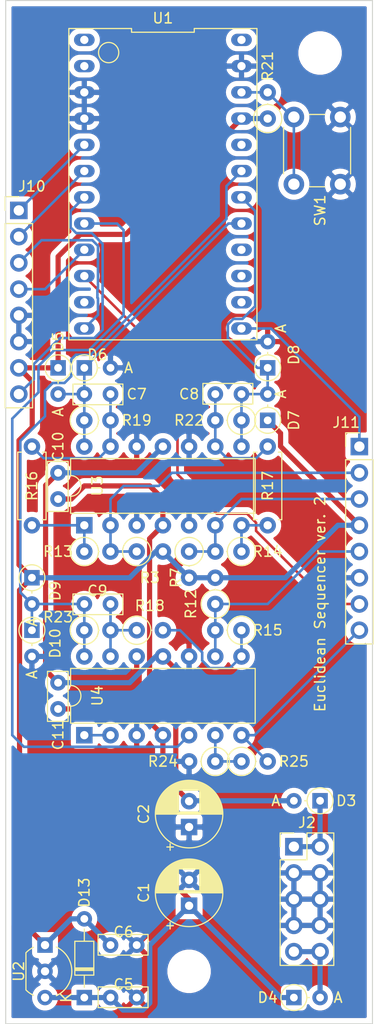
<source format=kicad_pcb>
(kicad_pcb (version 20171130) (host pcbnew "(5.1.8-0-10_14)")
  (layers (0 F.Cu signal) (31 B.Cu signal) (34 B.Paste user) (35 F.Paste user) (36 B.SilkS user) (37 F.SilkS user) (38 B.Mask user) (39 F.Mask user) (44 Edge.Cuts user))
  (net 0 "")
  (net 1 GND)
  (net 2 +12V)
  (net 3 -12V)
  (net 4 +5V)
  (net 5 /_module_core/cv_len)
  (net 6 "Net-(C7-Pad1)")
  (net 7 "Net-(C8-Pad1)")
  (net 8 /_module_core/cv_num)
  (net 9 "Net-(C9-Pad1)")
  (net 10 /_module_core/cv_sft)
  (net 11 "Net-(D3-Pad1)")
  (net 12 "Net-(D4-Pad2)")
  (net 13 /_module_core/cv_select_in)
  (net 14 /_module_core/rsw_2)
  (net 15 /_module_core/btn_enter)
  (net 16 /_module_core/scl)
  (net 17 /_module_core/sda)
  (net 18 /_module_core/rsw_1)
  (net 19 /_module_core/cv_len_in)
  (net 20 /_module_core/cv_num_in)
  (net 21 /_module_core/cv_sft_in)
  (net 22 /_module_core/clock)
  (net 23 /_module_core/beat_out)
  (net 24 "Net-(R13-Pad1)")
  (net 25 "Net-(R14-Pad1)")
  (net 26 "Net-(R15-Pad1)")
  (net 27 "Net-(R21-Pad2)")
  (net 28 "Net-(R24-Pad1)")
  (net 29 "Net-(U1-Pad24)")
  (net 30 "Net-(U1-Pad1)")
  (net 31 "Net-(U1-Pad2)")
  (net 32 "Net-(U1-Pad20)")
  (net 33 /_module_core/beat)
  (net 34 "Net-(U1-Pad16)")
  (net 35 "Net-(U1-Pad15)")
  (net 36 "Net-(U1-Pad14)")
  (net 37 "Net-(U1-Pad11)")
  (net 38 "Net-(U4-Pad1)")
  (module MountingHole:MountingHole_3.2mm_M3 (layer F.Cu) (at 93.98 132.08)
    (fp_text reference e hide)
    (fp_text value MountingHole_3.2mm_M3 hide)
    (pad 1 np_thru_hole circle (at 0 0) (size 3.2 3.2) (drill 3.2) (layers *.Cu *.Mask))
  )
  (module MountingHole:MountingHole_3.2mm_M3 (layer F.Cu) (at 106.68 43.18)
    (fp_text reference e hide)
    (fp_text value MountingHole_3.2mm_M3 hide)
    (pad 1 np_thru_hole circle (at 0 0) (size 3.2 3.2) (drill 3.2) (layers *.Cu *.Mask))
  )
  (module Capacitor_THT:CP_Radial_D6.3mm_P2.50mm (layer F.Cu) (at 93.98 125.73 90)
    (fp_text reference C1 (at 1.25 -4.4 90) (layer F.SilkS))
    (fp_text value 100u)
    (pad 2 thru_hole circle (at 2.5 0 90) (size 1.6 1.6) (drill 0.8) (layers *.Cu *.Mask) (net 1 GND))
    (pad 1 thru_hole rect (at 0 0 90) (size 1.6 1.6) (drill 0.8) (layers *.Cu *.Mask) (net 2 +12V))
  )
  (module Capacitor_THT:CP_Radial_D6.3mm_P2.50mm (layer F.Cu) (at 93.98 118.11 90)
    (fp_text reference C2 (at 1.25 -4.4 90) (layer F.SilkS))
    (fp_text value 100u)
    (pad 1 thru_hole rect (at 0 0 90) (size 1.6 1.6) (drill 0.8) (layers *.Cu *.Mask) (net 1 GND))
    (pad 2 thru_hole circle (at 2.5 0 90) (size 1.6 1.6) (drill 0.8) (layers *.Cu *.Mask) (net 3 -12V))
  )
  (module Attenuverter:C_Axial_L4.8mm_D2.0mm_P2.54mm_Horizontal (layer F.Cu) (at 86.36 134.62)
    (fp_text reference C5 (at 1.27 -1.27) (layer F.SilkS))
    (fp_text value 0.1u)
    (pad 2 thru_hole circle (at 2.54 0) (size 1.524 1.524) (drill 0.762) (layers *.Cu *.Mask) (net 1 GND))
    (pad 1 thru_hole circle (at 0 0) (size 1.524 1.524) (drill 0.762) (layers *.Cu *.Mask) (net 2 +12V))
  )
  (module Attenuverter:C_Axial_L4.8mm_D2.0mm_P2.54mm_Horizontal (layer F.Cu) (at 86.36 129.54)
    (fp_text reference C6 (at 1.27 -1.27) (layer F.SilkS))
    (fp_text value 0.1u)
    (pad 1 thru_hole circle (at 0 0) (size 1.524 1.524) (drill 0.762) (layers *.Cu *.Mask) (net 4 +5V))
    (pad 2 thru_hole circle (at 2.54 0) (size 1.524 1.524) (drill 0.762) (layers *.Cu *.Mask) (net 1 GND))
  )
  (module Attenuverter:C_Axial_L4.8mm_D2.0mm_P2.54mm_Horizontal (layer F.Cu) (at 81.28 86.36 90)
    (fp_text reference C10 (at 5.08 0 90) (layer F.SilkS))
    (fp_text value 0.1u)
    (pad 2 thru_hole circle (at 2.54 0 90) (size 1.524 1.524) (drill 0.762) (layers *.Cu *.Mask) (net 3 -12V))
    (pad 1 thru_hole circle (at 0 0 90) (size 1.524 1.524) (drill 0.762) (layers *.Cu *.Mask) (net 2 +12V))
  )
  (module Attenuverter:C_Axial_L4.8mm_D2.0mm_P2.54mm_Horizontal (layer F.Cu) (at 81.28 106.68 90)
    (fp_text reference C11 (at -2.54 0 90) (layer F.SilkS))
    (fp_text value 0.1u)
    (pad 1 thru_hole circle (at 0 0 90) (size 1.524 1.524) (drill 0.762) (layers *.Cu *.Mask) (net 2 +12V))
    (pad 2 thru_hole circle (at 2.54 0 90) (size 1.524 1.524) (drill 0.762) (layers *.Cu *.Mask) (net 3 -12V))
  )
  (module Diode_THT:D_DO-34_SOD68_P2.54mm_Vertical_AnodeUp (layer F.Cu) (at 106.68 115.57 180)
    (fp_text reference D3 (at -2.54 0) (layer F.SilkS))
    (fp_text value D_Schottky)
    (fp_text user A (at 4.29 0) (layer F.SilkS))
    (pad 1 thru_hole rect (at 0 0 180) (size 1.5 1.5) (drill 0.75) (layers *.Cu *.Mask) (net 11 "Net-(D3-Pad1)"))
    (pad 2 thru_hole oval (at 2.54 0 180) (size 1.5 1.5) (drill 0.75) (layers *.Cu *.Mask) (net 3 -12V))
  )
  (module Diode_THT:D_DO-34_SOD68_P2.54mm_Vertical_AnodeUp (layer F.Cu) (at 104.14 134.62)
    (fp_text reference D4 (at -2.54 0) (layer F.SilkS))
    (fp_text value D_Schottky)
    (fp_text user A (at 4.29 0) (layer F.SilkS))
    (pad 2 thru_hole oval (at 2.54 0) (size 1.5 1.5) (drill 0.75) (layers *.Cu *.Mask) (net 12 "Net-(D4-Pad2)"))
    (pad 1 thru_hole rect (at 0 0) (size 1.5 1.5) (drill 0.75) (layers *.Cu *.Mask) (net 2 +12V))
  )
  (module Diode_THT:D_DO-34_SOD68_P2.54mm_Vertical_AnodeUp (layer F.Cu) (at 81.28 73.66 270)
    (fp_text reference D5 (at -2.54 0 90) (layer F.SilkS))
    (fp_text value 1N4148)
    (fp_text user A (at 4.29 0 90) (layer F.SilkS))
    (pad 1 thru_hole rect (at 0 0 270) (size 1.5 1.5) (drill 0.75) (layers *.Cu *.Mask) (net 4 +5V))
    (pad 2 thru_hole oval (at 2.54 0 270) (size 1.5 1.5) (drill 0.75) (layers *.Cu *.Mask) (net 5 /_module_core/cv_len))
  )
  (module Diode_THT:D_DO-34_SOD68_P2.54mm_Vertical_AnodeUp (layer F.Cu) (at 83.82 73.66)
    (fp_text reference D6 (at 1.27 -1.27) (layer F.SilkS))
    (fp_text value 1N4148)
    (fp_text user A (at 4.29 0) (layer F.SilkS))
    (pad 2 thru_hole oval (at 2.54 0) (size 1.5 1.5) (drill 0.75) (layers *.Cu *.Mask) (net 1 GND))
    (pad 1 thru_hole rect (at 0 0) (size 1.5 1.5) (drill 0.75) (layers *.Cu *.Mask) (net 5 /_module_core/cv_len))
  )
  (module Diode_THT:D_DO-34_SOD68_P2.54mm_Vertical_AnodeUp (layer F.Cu) (at 101.6 78.74 90)
    (fp_text reference D7 (at 0 2.54 90) (layer F.SilkS))
    (fp_text value 1N4148)
    (fp_text user A (at 2.54 1.27 90) (layer F.SilkS))
    (pad 1 thru_hole rect (at 0 0 90) (size 1.5 1.5) (drill 0.75) (layers *.Cu *.Mask) (net 4 +5V))
    (pad 2 thru_hole oval (at 2.54 0 90) (size 1.5 1.5) (drill 0.75) (layers *.Cu *.Mask) (net 8 /_module_core/cv_num))
  )
  (module Diode_THT:D_DO-34_SOD68_P2.54mm_Vertical_AnodeUp (layer F.Cu) (at 101.6 73.66 90)
    (fp_text reference D8 (at 1.27 2.54 90) (layer F.SilkS))
    (fp_text value 1N4148)
    (fp_text user A (at 3.81 1.27 90) (layer F.SilkS))
    (pad 2 thru_hole oval (at 2.54 0 90) (size 1.5 1.5) (drill 0.75) (layers *.Cu *.Mask) (net 1 GND))
    (pad 1 thru_hole rect (at 0 0 90) (size 1.5 1.5) (drill 0.75) (layers *.Cu *.Mask) (net 8 /_module_core/cv_num))
  )
  (module Diode_THT:D_DO-34_SOD68_P2.54mm_Vertical_AnodeUp (layer F.Cu) (at 78.74 93.98 270)
    (fp_text reference D9 (at 1.27 -2.25566 90) (layer F.SilkS))
    (fp_text value 1N4148)
    (fp_text user A (at 4.29 0 90) (layer F.SilkS))
    (pad 1 thru_hole rect (at 0 0 270) (size 1.5 1.5) (drill 0.75) (layers *.Cu *.Mask) (net 4 +5V))
    (pad 2 thru_hole oval (at 2.54 0 270) (size 1.5 1.5) (drill 0.75) (layers *.Cu *.Mask) (net 10 /_module_core/cv_sft))
  )
  (module Diode_THT:D_DO-34_SOD68_P2.54mm_Vertical_AnodeUp (layer F.Cu) (at 78.74 99.06 270)
    (fp_text reference D10 (at 1.27 -2.25566 90) (layer F.SilkS))
    (fp_text value 1N4148)
    (fp_text user A (at 4.29 0 90) (layer F.SilkS))
    (pad 2 thru_hole oval (at 2.54 0 270) (size 1.5 1.5) (drill 0.75) (layers *.Cu *.Mask) (net 1 GND))
    (pad 1 thru_hole rect (at 0 0 270) (size 1.5 1.5) (drill 0.75) (layers *.Cu *.Mask) (net 10 /_module_core/cv_sft))
  )
  (module Connector_PinHeader_2.54mm:PinHeader_2x05_P2.54mm_Vertical (layer F.Cu) (at 104.14 120.015)
    (fp_text reference J2 (at 1.27 -2.33) (layer F.SilkS))
    (fp_text value power_bus)
    (pad 1 thru_hole rect (at 0 0) (size 1.7 1.7) (drill 1) (layers *.Cu *.Mask) (net 11 "Net-(D3-Pad1)"))
    (pad 2 thru_hole oval (at 2.54 0) (size 1.7 1.7) (drill 1) (layers *.Cu *.Mask) (net 11 "Net-(D3-Pad1)"))
    (pad 3 thru_hole oval (at 0 2.54) (size 1.7 1.7) (drill 1) (layers *.Cu *.Mask) (net 1 GND))
    (pad 4 thru_hole oval (at 2.54 2.54) (size 1.7 1.7) (drill 1) (layers *.Cu *.Mask) (net 1 GND))
    (pad 5 thru_hole oval (at 0 5.08) (size 1.7 1.7) (drill 1) (layers *.Cu *.Mask) (net 1 GND))
    (pad 6 thru_hole oval (at 2.54 5.08) (size 1.7 1.7) (drill 1) (layers *.Cu *.Mask) (net 1 GND))
    (pad 7 thru_hole oval (at 0 7.62) (size 1.7 1.7) (drill 1) (layers *.Cu *.Mask) (net 1 GND))
    (pad 8 thru_hole oval (at 2.54 7.62) (size 1.7 1.7) (drill 1) (layers *.Cu *.Mask) (net 1 GND))
    (pad 9 thru_hole oval (at 0 10.16) (size 1.7 1.7) (drill 1) (layers *.Cu *.Mask) (net 12 "Net-(D4-Pad2)"))
    (pad 10 thru_hole oval (at 2.54 10.16) (size 1.7 1.7) (drill 1) (layers *.Cu *.Mask) (net 12 "Net-(D4-Pad2)"))
  )
  (module Connector_PinHeader_2.54mm:PinHeader_1x08_P2.54mm_Vertical (layer F.Cu) (at 77.47 58.42)
    (fp_text reference J10 (at 1.27 -2.33) (layer F.SilkS))
    (fp_text value Conn_Left)
    (pad 8 thru_hole oval (at 0 17.78) (size 1.7 1.7) (drill 1) (layers *.Cu *.Mask) (net 13 /_module_core/cv_select_in))
    (pad 7 thru_hole oval (at 0 15.24) (size 1.7 1.7) (drill 1) (layers *.Cu *.Mask) (net 4 +5V))
    (pad 6 thru_hole oval (at 0 12.7) (size 1.7 1.7) (drill 1) (layers *.Cu *.Mask) (net 1 GND))
    (pad 5 thru_hole oval (at 0 10.16) (size 1.7 1.7) (drill 1) (layers *.Cu *.Mask) (net 1 GND))
    (pad 4 thru_hole oval (at 0 7.62) (size 1.7 1.7) (drill 1) (layers *.Cu *.Mask) (net 14 /_module_core/rsw_2))
    (pad 3 thru_hole oval (at 0 5.08) (size 1.7 1.7) (drill 1) (layers *.Cu *.Mask) (net 15 /_module_core/btn_enter))
    (pad 2 thru_hole oval (at 0 2.54) (size 1.7 1.7) (drill 1) (layers *.Cu *.Mask) (net 16 /_module_core/scl))
    (pad 1 thru_hole rect (at 0 0) (size 1.7 1.7) (drill 1) (layers *.Cu *.Mask) (net 17 /_module_core/sda))
  )
  (module Connector_PinHeader_2.54mm:PinHeader_1x08_P2.54mm_Vertical (layer F.Cu) (at 110.49 81.28)
    (fp_text reference J11 (at -1.27 -2.33) (layer F.SilkS))
    (fp_text value Conn_Right)
    (pad 1 thru_hole rect (at 0 0) (size 1.7 1.7) (drill 1) (layers *.Cu *.Mask) (net 18 /_module_core/rsw_1))
    (pad 2 thru_hole oval (at 0 2.54) (size 1.7 1.7) (drill 1) (layers *.Cu *.Mask) (net 19 /_module_core/cv_len_in))
    (pad 3 thru_hole oval (at 0 5.08) (size 1.7 1.7) (drill 1) (layers *.Cu *.Mask) (net 20 /_module_core/cv_num_in))
    (pad 4 thru_hole oval (at 0 7.62) (size 1.7 1.7) (drill 1) (layers *.Cu *.Mask) (net 4 +5V))
    (pad 5 thru_hole oval (at 0 10.16) (size 1.7 1.7) (drill 1) (layers *.Cu *.Mask) (net 21 /_module_core/cv_sft_in))
    (pad 6 thru_hole oval (at 0 12.7) (size 1.7 1.7) (drill 1) (layers *.Cu *.Mask) (net 1 GND))
    (pad 7 thru_hole oval (at 0 15.24) (size 1.7 1.7) (drill 1) (layers *.Cu *.Mask) (net 22 /_module_core/clock))
    (pad 8 thru_hole oval (at 0 17.78) (size 1.7 1.7) (drill 1) (layers *.Cu *.Mask) (net 23 /_module_core/beat_out))
  )
  (module Resistor_THT:R_Axial_DIN0207_L6.3mm_D2.5mm_P2.54mm_Vertical (layer F.Cu) (at 88.9 91.44)
    (fp_text reference R3 (at 1.27 2.54) (layer F.SilkS))
    (fp_text value 100k)
    (pad 2 thru_hole oval (at 2.54 0) (size 1.6 1.6) (drill 0.8) (layers *.Cu *.Mask) (net 4 +5V))
    (pad 1 thru_hole circle (at 0 0) (size 1.6 1.6) (drill 0.8) (layers *.Cu *.Mask) (net 19 /_module_core/cv_len_in))
  )
  (module Resistor_THT:R_Axial_DIN0207_L6.3mm_D2.5mm_P2.54mm_Vertical (layer F.Cu) (at 93.98 91.44 270)
    (fp_text reference R7 (at 2.54 1.27 90) (layer F.SilkS))
    (fp_text value 100k)
    (pad 2 thru_hole oval (at 2.54 0 270) (size 1.6 1.6) (drill 0.8) (layers *.Cu *.Mask) (net 4 +5V))
    (pad 1 thru_hole circle (at 0 0 270) (size 1.6 1.6) (drill 0.8) (layers *.Cu *.Mask) (net 20 /_module_core/cv_num_in))
  )
  (module Resistor_THT:R_Axial_DIN0207_L6.3mm_D2.5mm_P2.54mm_Vertical (layer F.Cu) (at 96.52 96.52 90)
    (fp_text reference R12 (at 0 -2.37 90) (layer F.SilkS))
    (fp_text value 100k)
    (pad 1 thru_hole circle (at 0 0 90) (size 1.6 1.6) (drill 0.8) (layers *.Cu *.Mask) (net 21 /_module_core/cv_sft_in))
    (pad 2 thru_hole oval (at 2.54 0 90) (size 1.6 1.6) (drill 0.8) (layers *.Cu *.Mask) (net 4 +5V))
  )
  (module Resistor_THT:R_Axial_DIN0207_L6.3mm_D2.5mm_P2.54mm_Vertical (layer F.Cu) (at 83.82 91.44)
    (fp_text reference R13 (at -2.54 0) (layer F.SilkS))
    (fp_text value 100k)
    (pad 1 thru_hole circle (at 0 0) (size 1.6 1.6) (drill 0.8) (layers *.Cu *.Mask) (net 24 "Net-(R13-Pad1)"))
    (pad 2 thru_hole oval (at 2.54 0) (size 1.6 1.6) (drill 0.8) (layers *.Cu *.Mask) (net 19 /_module_core/cv_len_in))
  )
  (module Resistor_THT:R_Axial_DIN0207_L6.3mm_D2.5mm_P2.54mm_Vertical (layer F.Cu) (at 99.06 91.44 180)
    (fp_text reference R14 (at -2.54 0) (layer F.SilkS))
    (fp_text value 100k)
    (pad 1 thru_hole circle (at 0 0 180) (size 1.6 1.6) (drill 0.8) (layers *.Cu *.Mask) (net 25 "Net-(R14-Pad1)"))
    (pad 2 thru_hole oval (at 2.54 0 180) (size 1.6 1.6) (drill 0.8) (layers *.Cu *.Mask) (net 20 /_module_core/cv_num_in))
  )
  (module Resistor_THT:R_Axial_DIN0207_L6.3mm_D2.5mm_P2.54mm_Vertical (layer F.Cu) (at 99.06 99.06 180)
    (fp_text reference R15 (at -2.54 0) (layer F.SilkS))
    (fp_text value 100k)
    (pad 2 thru_hole oval (at 2.54 0 180) (size 1.6 1.6) (drill 0.8) (layers *.Cu *.Mask) (net 21 /_module_core/cv_sft_in))
    (pad 1 thru_hole circle (at 0 0 180) (size 1.6 1.6) (drill 0.8) (layers *.Cu *.Mask) (net 26 "Net-(R15-Pad1)"))
  )
  (module Resistor_THT:R_Axial_DIN0207_L6.3mm_D2.5mm_P2.54mm_Vertical (layer F.Cu) (at 88.9 99.06)
    (fp_text reference R18 (at 1.27 -2.37) (layer F.SilkS))
    (fp_text value 10k)
    (pad 2 thru_hole oval (at 2.54 0) (size 1.6 1.6) (drill 0.8) (layers *.Cu *.Mask) (net 26 "Net-(R15-Pad1)"))
    (pad 1 thru_hole circle (at 0 0) (size 1.6 1.6) (drill 0.8) (layers *.Cu *.Mask) (net 9 "Net-(C9-Pad1)"))
  )
  (module Resistor_THT:R_Axial_DIN0207_L6.3mm_D2.5mm_P2.54mm_Vertical (layer F.Cu) (at 83.82 78.74)
    (fp_text reference R19 (at 5.08 0) (layer F.SilkS))
    (fp_text value 4.7k)
    (pad 2 thru_hole oval (at 2.54 0) (size 1.6 1.6) (drill 0.8) (layers *.Cu *.Mask) (net 6 "Net-(C7-Pad1)"))
    (pad 1 thru_hole circle (at 0 0) (size 1.6 1.6) (drill 0.8) (layers *.Cu *.Mask) (net 5 /_module_core/cv_len))
  )
  (module Resistor_THT:R_Axial_DIN0207_L6.3mm_D2.5mm_P2.54mm_Vertical (layer F.Cu) (at 101.6 49.53 90)
    (fp_text reference R21 (at 5.08 0 90) (layer F.SilkS))
    (fp_text value 10k)
    (pad 2 thru_hole oval (at 2.54 0 90) (size 1.6 1.6) (drill 0.8) (layers *.Cu *.Mask) (net 27 "Net-(R21-Pad2)"))
    (pad 1 thru_hole circle (at 0 0 90) (size 1.6 1.6) (drill 0.8) (layers *.Cu *.Mask) (net 4 +5V))
  )
  (module Resistor_THT:R_Axial_DIN0207_L6.3mm_D2.5mm_P2.54mm_Vertical (layer F.Cu) (at 99.06 78.74 180)
    (fp_text reference R22 (at 5.08 0) (layer F.SilkS))
    (fp_text value 4.7k)
    (pad 2 thru_hole oval (at 2.54 0 180) (size 1.6 1.6) (drill 0.8) (layers *.Cu *.Mask) (net 7 "Net-(C8-Pad1)"))
    (pad 1 thru_hole circle (at 0 0 180) (size 1.6 1.6) (drill 0.8) (layers *.Cu *.Mask) (net 8 /_module_core/cv_num))
  )
  (module Resistor_THT:R_Axial_DIN0207_L6.3mm_D2.5mm_P2.54mm_Vertical (layer F.Cu) (at 83.82 99.06)
    (fp_text reference R23 (at -2.54 -1.27) (layer F.SilkS))
    (fp_text value 4.7k)
    (pad 1 thru_hole circle (at 0 0) (size 1.6 1.6) (drill 0.8) (layers *.Cu *.Mask) (net 10 /_module_core/cv_sft))
    (pad 2 thru_hole oval (at 2.54 0) (size 1.6 1.6) (drill 0.8) (layers *.Cu *.Mask) (net 9 "Net-(C9-Pad1)"))
  )
  (module Resistor_THT:R_Axial_DIN0207_L6.3mm_D2.5mm_P2.54mm_Vertical (layer F.Cu) (at 96.52 111.76 180)
    (fp_text reference R24 (at 5.08 0) (layer F.SilkS))
    (fp_text value 820)
    (pad 1 thru_hole circle (at 0 0 180) (size 1.6 1.6) (drill 0.8) (layers *.Cu *.Mask) (net 28 "Net-(R24-Pad1)"))
    (pad 2 thru_hole oval (at 2.54 0 180) (size 1.6 1.6) (drill 0.8) (layers *.Cu *.Mask) (net 1 GND))
  )
  (module Resistor_THT:R_Axial_DIN0207_L6.3mm_D2.5mm_P2.54mm_Vertical (layer F.Cu) (at 99.06 111.76)
    (fp_text reference R25 (at 5.08 0) (layer F.SilkS))
    (fp_text value 1.5k)
    (pad 2 thru_hole oval (at 2.54 0) (size 1.6 1.6) (drill 0.8) (layers *.Cu *.Mask) (net 23 /_module_core/beat_out))
    (pad 1 thru_hole circle (at 0 0) (size 1.6 1.6) (drill 0.8) (layers *.Cu *.Mask) (net 28 "Net-(R24-Pad1)"))
  )
  (module ClockGenerator:Pro_Micro_Top_side_Up (layer F.Cu) (at 91.44 55.88 270)
    (fp_text reference U1 (at -16.07 0) (layer F.SilkS))
    (fp_text value ProMicro)
    (pad 24 thru_hole oval (at -13.97 -7.62 270) (size 1.2 2) (drill 0.8) (layers *.Cu *.Mask) (net 29 "Net-(U1-Pad24)"))
    (pad 1 thru_hole oval (at -13.97 7.62 270) (size 1.2 2) (drill 0.8) (layers *.Cu *.Mask) (net 30 "Net-(U1-Pad1)"))
    (pad 23 thru_hole oval (at -11.43 -7.62 270) (size 1.2 2) (drill 0.8) (layers *.Cu *.Mask) (net 1 GND))
    (pad 2 thru_hole oval (at -11.43 7.62 270) (size 1.2 2) (drill 0.8) (layers *.Cu *.Mask) (net 31 "Net-(U1-Pad2)"))
    (pad 22 thru_hole oval (at -8.89 -7.62 270) (size 1.2 2) (drill 0.8) (layers *.Cu *.Mask) (net 27 "Net-(R21-Pad2)"))
    (pad 3 thru_hole oval (at -8.89 7.62 270) (size 1.2 2) (drill 0.8) (layers *.Cu *.Mask) (net 1 GND))
    (pad 21 thru_hole oval (at -6.35 -7.62 270) (size 1.2 2) (drill 0.8) (layers *.Cu *.Mask) (net 4 +5V))
    (pad 4 thru_hole oval (at -6.35 7.62 270) (size 1.2 2) (drill 0.8) (layers *.Cu *.Mask) (net 1 GND))
    (pad 20 thru_hole oval (at -3.81 -7.62 270) (size 1.2 2) (drill 0.8) (layers *.Cu *.Mask) (net 32 "Net-(U1-Pad20)"))
    (pad 5 thru_hole oval (at -3.81 7.62 270) (size 1.2 2) (drill 0.8) (layers *.Cu *.Mask) (net 17 /_module_core/sda))
    (pad 19 thru_hole oval (at -1.27 -7.62 270) (size 1.2 2) (drill 0.8) (layers *.Cu *.Mask) (net 10 /_module_core/cv_sft))
    (pad 6 thru_hole oval (at -1.27 7.62 270) (size 1.2 2) (drill 0.8) (layers *.Cu *.Mask) (net 16 /_module_core/scl))
    (pad 18 thru_hole oval (at 1.27 -7.62 270) (size 1.2 2) (drill 0.8) (layers *.Cu *.Mask) (net 8 /_module_core/cv_num))
    (pad 7 thru_hole oval (at 1.27 7.62 270) (size 1.2 2) (drill 0.8) (layers *.Cu *.Mask) (net 13 /_module_core/cv_select_in))
    (pad 17 thru_hole oval (at 3.81 -7.62 270) (size 1.2 2) (drill 0.8) (layers *.Cu *.Mask) (net 5 /_module_core/cv_len))
    (pad 8 thru_hole oval (at 3.81 7.62 270) (size 1.2 2) (drill 0.8) (layers *.Cu *.Mask) (net 33 /_module_core/beat))
    (pad 16 thru_hole oval (at 6.35 -7.62 270) (size 1.2 2) (drill 0.8) (layers *.Cu *.Mask) (net 34 "Net-(U1-Pad16)"))
    (pad 9 thru_hole oval (at 6.35 7.62 270) (size 1.2 2) (drill 0.8) (layers *.Cu *.Mask) (net 14 /_module_core/rsw_2))
    (pad 15 thru_hole oval (at 8.89 -7.62 270) (size 1.2 2) (drill 0.8) (layers *.Cu *.Mask) (net 35 "Net-(U1-Pad15)"))
    (pad 10 thru_hole oval (at 8.89 7.62 270) (size 1.2 2) (drill 0.8) (layers *.Cu *.Mask) (net 22 /_module_core/clock))
    (pad 14 thru_hole oval (at 11.43 -7.62 270) (size 1.2 2) (drill 0.8) (layers *.Cu *.Mask) (net 36 "Net-(U1-Pad14)"))
    (pad 11 thru_hole oval (at 11.43 7.62 270) (size 1.2 2) (drill 0.8) (layers *.Cu *.Mask) (net 37 "Net-(U1-Pad11)"))
    (pad 13 thru_hole oval (at 13.97 -7.62 270) (size 1.2 2) (drill 0.8) (layers *.Cu *.Mask) (net 18 /_module_core/rsw_1))
    (pad 12 thru_hole oval (at 13.97 7.62 270) (size 1.2 2) (drill 0.8) (layers *.Cu *.Mask) (net 15 /_module_core/btn_enter))
  )
  (module Package_DIP:DIP-14_W7.62mm (layer F.Cu) (at 83.82 88.9 90)
    (fp_text reference U3 (at 3.81 1.27 90) (layer F.SilkS))
    (fp_text value TL074)
    (pad 1 thru_hole rect (at 0 0 90) (size 1.6 1.6) (drill 0.8) (layers *.Cu *.Mask) (net 24 "Net-(R13-Pad1)"))
    (pad 8 thru_hole oval (at 7.62 15.24 90) (size 1.6 1.6) (drill 0.8) (layers *.Cu *.Mask) (net 8 /_module_core/cv_num))
    (pad 2 thru_hole oval (at 0 2.54 90) (size 1.6 1.6) (drill 0.8) (layers *.Cu *.Mask) (net 19 /_module_core/cv_len_in))
    (pad 9 thru_hole oval (at 7.62 12.7 90) (size 1.6 1.6) (drill 0.8) (layers *.Cu *.Mask) (net 7 "Net-(C8-Pad1)"))
    (pad 3 thru_hole oval (at 0 5.08 90) (size 1.6 1.6) (drill 0.8) (layers *.Cu *.Mask) (net 1 GND))
    (pad 10 thru_hole oval (at 7.62 10.16 90) (size 1.6 1.6) (drill 0.8) (layers *.Cu *.Mask) (net 1 GND))
    (pad 4 thru_hole oval (at 0 7.62 90) (size 1.6 1.6) (drill 0.8) (layers *.Cu *.Mask) (net 2 +12V))
    (pad 11 thru_hole oval (at 7.62 7.62 90) (size 1.6 1.6) (drill 0.8) (layers *.Cu *.Mask) (net 3 -12V))
    (pad 5 thru_hole oval (at 0 10.16 90) (size 1.6 1.6) (drill 0.8) (layers *.Cu *.Mask) (net 1 GND))
    (pad 12 thru_hole oval (at 7.62 5.08 90) (size 1.6 1.6) (drill 0.8) (layers *.Cu *.Mask) (net 1 GND))
    (pad 6 thru_hole oval (at 0 12.7 90) (size 1.6 1.6) (drill 0.8) (layers *.Cu *.Mask) (net 20 /_module_core/cv_num_in))
    (pad 13 thru_hole oval (at 7.62 2.54 90) (size 1.6 1.6) (drill 0.8) (layers *.Cu *.Mask) (net 6 "Net-(C7-Pad1)"))
    (pad 7 thru_hole oval (at 0 15.24 90) (size 1.6 1.6) (drill 0.8) (layers *.Cu *.Mask) (net 25 "Net-(R14-Pad1)"))
    (pad 14 thru_hole oval (at 7.62 0 90) (size 1.6 1.6) (drill 0.8) (layers *.Cu *.Mask) (net 5 /_module_core/cv_len))
  )
  (module Package_DIP:DIP-14_W7.62mm (layer F.Cu) (at 83.82 109.22 90)
    (fp_text reference U4 (at 3.81 1.27 90) (layer F.SilkS))
    (fp_text value TL074)
    (pad 14 thru_hole oval (at 7.62 0 90) (size 1.6 1.6) (drill 0.8) (layers *.Cu *.Mask) (net 10 /_module_core/cv_sft))
    (pad 7 thru_hole oval (at 0 15.24 90) (size 1.6 1.6) (drill 0.8) (layers *.Cu *.Mask) (net 23 /_module_core/beat_out))
    (pad 13 thru_hole oval (at 7.62 2.54 90) (size 1.6 1.6) (drill 0.8) (layers *.Cu *.Mask) (net 9 "Net-(C9-Pad1)"))
    (pad 6 thru_hole oval (at 0 12.7 90) (size 1.6 1.6) (drill 0.8) (layers *.Cu *.Mask) (net 28 "Net-(R24-Pad1)"))
    (pad 12 thru_hole oval (at 7.62 5.08 90) (size 1.6 1.6) (drill 0.8) (layers *.Cu *.Mask) (net 1 GND))
    (pad 5 thru_hole oval (at 0 10.16 90) (size 1.6 1.6) (drill 0.8) (layers *.Cu *.Mask) (net 33 /_module_core/beat))
    (pad 11 thru_hole oval (at 7.62 7.62 90) (size 1.6 1.6) (drill 0.8) (layers *.Cu *.Mask) (net 3 -12V))
    (pad 4 thru_hole oval (at 0 7.62 90) (size 1.6 1.6) (drill 0.8) (layers *.Cu *.Mask) (net 2 +12V))
    (pad 10 thru_hole oval (at 7.62 10.16 90) (size 1.6 1.6) (drill 0.8) (layers *.Cu *.Mask) (net 1 GND))
    (pad 3 thru_hole oval (at 0 5.08 90) (size 1.6 1.6) (drill 0.8) (layers *.Cu *.Mask) (net 1 GND))
    (pad 9 thru_hole oval (at 7.62 12.7 90) (size 1.6 1.6) (drill 0.8) (layers *.Cu *.Mask) (net 21 /_module_core/cv_sft_in))
    (pad 2 thru_hole oval (at 0 2.54 90) (size 1.6 1.6) (drill 0.8) (layers *.Cu *.Mask) (net 38 "Net-(U4-Pad1)"))
    (pad 8 thru_hole oval (at 7.62 15.24 90) (size 1.6 1.6) (drill 0.8) (layers *.Cu *.Mask) (net 26 "Net-(R15-Pad1)"))
    (pad 1 thru_hole rect (at 0 0 90) (size 1.6 1.6) (drill 0.8) (layers *.Cu *.Mask) (net 38 "Net-(U4-Pad1)"))
  )
  (module Attenuverter:C_Axial_L4.8mm_D2.0mm_P2.54mm_Horizontal (layer F.Cu) (at 86.36 76.2 180)
    (fp_text reference C7 (at -2.54 0) (layer F.SilkS))
    (fp_text value 100p)
    (pad 2 thru_hole circle (at 2.54 0 180) (size 1.524 1.524) (drill 0.762) (layers *.Cu *.Mask) (net 5 /_module_core/cv_len))
    (pad 1 thru_hole circle (at 0 0 180) (size 1.524 1.524) (drill 0.762) (layers *.Cu *.Mask) (net 6 "Net-(C7-Pad1)"))
  )
  (module Attenuverter:C_Axial_L4.8mm_D2.0mm_P2.54mm_Horizontal (layer F.Cu) (at 96.52 76.2)
    (fp_text reference C8 (at -2.54 0) (layer F.SilkS))
    (fp_text value 100p)
    (pad 1 thru_hole circle (at 0 0) (size 1.524 1.524) (drill 0.762) (layers *.Cu *.Mask) (net 7 "Net-(C8-Pad1)"))
    (pad 2 thru_hole circle (at 2.54 0) (size 1.524 1.524) (drill 0.762) (layers *.Cu *.Mask) (net 8 /_module_core/cv_num))
  )
  (module Attenuverter:C_Axial_L4.8mm_D2.0mm_P2.54mm_Horizontal (layer F.Cu) (at 86.36 96.52 180)
    (fp_text reference C9 (at 1.27 1.27) (layer F.SilkS))
    (fp_text value 100p)
    (pad 1 thru_hole circle (at 0 0 180) (size 1.524 1.524) (drill 0.762) (layers *.Cu *.Mask) (net 9 "Net-(C9-Pad1)"))
    (pad 2 thru_hole circle (at 2.54 0 180) (size 1.524 1.524) (drill 0.762) (layers *.Cu *.Mask) (net 10 /_module_core/cv_sft))
  )
  (module Package_TO_SOT_THT:TO-92_Inline_Wide (layer F.Cu) (at 80.01 129.54 270)
    (fp_text reference U2 (at 2.54 2.54 90) (layer F.SilkS))
    (fp_text value LM78L05_TO92)
    (pad 2 thru_hole circle (at 2.54 0 270) (size 1.5 1.5) (drill 0.8) (layers *.Cu *.Mask) (net 1 GND))
    (pad 3 thru_hole circle (at 5.08 0 270) (size 1.5 1.5) (drill 0.8) (layers *.Cu *.Mask) (net 2 +12V))
    (pad 1 thru_hole rect (at 0 0 270) (size 1.5 1.5) (drill 0.8) (layers *.Cu *.Mask) (net 4 +5V))
  )
  (module Resistor_THT:R_Axial_DIN0207_L6.3mm_D2.5mm_P7.62mm_Horizontal (layer F.Cu) (at 78.74 81.28 270)
    (fp_text reference R16 (at 3.81 0 90) (layer F.SilkS))
    (fp_text value 10k)
    (pad 1 thru_hole circle (at 0 0 270) (size 1.6 1.6) (drill 0.8) (layers *.Cu *.Mask) (net 6 "Net-(C7-Pad1)"))
    (pad 2 thru_hole oval (at 7.62 0 270) (size 1.6 1.6) (drill 0.8) (layers *.Cu *.Mask) (net 24 "Net-(R13-Pad1)"))
  )
  (module Resistor_THT:R_Axial_DIN0207_L6.3mm_D2.5mm_P7.62mm_Horizontal (layer F.Cu) (at 101.6 81.28 270)
    (fp_text reference R17 (at 3.81 0 90) (layer F.SilkS))
    (fp_text value 10k)
    (pad 2 thru_hole oval (at 7.62 0 270) (size 1.6 1.6) (drill 0.8) (layers *.Cu *.Mask) (net 25 "Net-(R14-Pad1)"))
    (pad 1 thru_hole circle (at 0 0 270) (size 1.6 1.6) (drill 0.8) (layers *.Cu *.Mask) (net 7 "Net-(C8-Pad1)"))
  )
  (module Button_Switch_THT:SW_PUSH_6mm (layer F.Cu) (at 104.14 55.88 90)
    (fp_text reference SW1 (at -2.54 2.54 90) (layer F.SilkS))
    (fp_text value reset)
    (pad 2 thru_hole circle (at 0 4.5 180) (size 2 2) (drill 1.1) (layers *.Cu *.Mask) (net 1 GND))
    (pad 1 thru_hole circle (at 0 0 180) (size 2 2) (drill 1.1) (layers *.Cu *.Mask) (net 27 "Net-(R21-Pad2)"))
    (pad 2 thru_hole circle (at 6.5 4.5 180) (size 2 2) (drill 1.1) (layers *.Cu *.Mask) (net 1 GND))
    (pad 1 thru_hole circle (at 6.5 0 180) (size 2 2) (drill 1.1) (layers *.Cu *.Mask) (net 27 "Net-(R21-Pad2)"))
  )
  (module Diode_THT:D_DO-34_SOD68_P7.62mm_Horizontal (layer F.Cu) (at 83.82 134.62 90)
    (fp_text reference D13 (at 10.16 0 90) (layer F.SilkS))
    (fp_text value 1N4148)
    (fp_text user K (at 0 -1.75 90) (layer F.SilkS))
    (pad 1 thru_hole rect (at 0 0 90) (size 1.5 1.5) (drill 0.75) (layers *.Cu *.Mask) (net 2 +12V))
    (pad 2 thru_hole oval (at 7.62 0 90) (size 1.5 1.5) (drill 0.75) (layers *.Cu *.Mask) (net 4 +5V))
  )
  (gr_text "Euclidean Sequencer ver. 2" (at 106.68 96.52 90) (layer F.SilkS) (effects (font (size 1 1))))
  (gr_line (start 111.76 38.1) (end 76.2 38.1) (layer Edge.Cuts) (width 0.1))
  (gr_line (start 111.76 137.16) (end 111.76 38.1) (layer Edge.Cuts) (width 0.1))
  (gr_line (start 76.2 137.16) (end 111.76 137.16) (layer Edge.Cuts) (width 0.1))
  (gr_line (start 76.2 38.1) (end 76.2 137.16) (layer Edge.Cuts) (width 0.1))
  (segment (start 102.87 134.62) (end 93.98 125.73) (width 0.5) (layer B.Cu) (net 2))
  (segment (start 104.14 134.62) (end 102.87 134.62) (width 0.5) (layer B.Cu) (net 2))
  (segment (start 87.572001 135.832001) (end 86.36 134.62) (width 0.5) (layer B.Cu) (net 2))
  (segment (start 89.481761 135.832001) (end 87.572001 135.832001) (width 0.5) (layer B.Cu) (net 2))
  (segment (start 90.17 135.143762) (end 89.481761 135.832001) (width 0.5) (layer B.Cu) (net 2))
  (segment (start 90.17 129.54) (end 90.17 135.143762) (width 0.5) (layer B.Cu) (net 2))
  (segment (start 88.9 106.68) (end 91.44 109.22) (width 0.5) (layer F.Cu) (net 2))
  (segment (start 81.28 106.68) (end 88.9 106.68) (width 0.5) (layer F.Cu) (net 2))
  (segment (start 93.98 125.080002) (end 93.98 125.73) (width 0.5) (layer F.Cu) (net 2))
  (segment (start 91.44 122.540002) (end 93.98 125.080002) (width 0.5) (layer F.Cu) (net 2))
  (segment (start 91.44 109.22) (end 91.44 122.540002) (width 0.5) (layer F.Cu) (net 2))
  (segment (start 90.150001 90.189999) (end 91.44 88.9) (width 0.5) (layer F.Cu) (net 2))
  (segment (start 90.150001 105.429999) (end 90.150001 90.189999) (width 0.5) (layer F.Cu) (net 2))
  (segment (start 88.9 106.68) (end 90.150001 105.429999) (width 0.5) (layer F.Cu) (net 2))
  (segment (start 81.28 86.36) (end 82.55 86.36) (width 0.5) (layer F.Cu) (net 2))
  (segment (start 82.55 86.36) (end 83.82 85.09) (width 0.5) (layer F.Cu) (net 2))
  (segment (start 83.82 85.09) (end 90.17 85.09) (width 0.5) (layer F.Cu) (net 2))
  (segment (start 91.44 86.36) (end 91.44 88.9) (width 0.5) (layer F.Cu) (net 2))
  (segment (start 90.17 85.09) (end 91.44 86.36) (width 0.5) (layer F.Cu) (net 2))
  (segment (start 93.98 125.73) (end 90.17 129.54) (width 0.5) (layer B.Cu) (net 2))
  (segment (start 80.01 134.62) (end 86.36 134.62) (width 0.5) (layer B.Cu) (net 2))
  (segment (start 94.02 115.57) (end 93.98 115.61) (width 0.5) (layer B.Cu) (net 3))
  (segment (start 104.14 115.57) (end 94.02 115.57) (width 0.5) (layer B.Cu) (net 3))
  (segment (start 92.690001 114.320001) (end 93.98 115.61) (width 0.5) (layer F.Cu) (net 3))
  (segment (start 92.690001 102.850001) (end 92.690001 114.320001) (width 0.5) (layer F.Cu) (net 3))
  (segment (start 91.44 101.6) (end 92.690001 102.850001) (width 0.5) (layer F.Cu) (net 3))
  (segment (start 88.210002 104.14) (end 90.750002 101.6) (width 0.5) (layer B.Cu) (net 3))
  (segment (start 90.750002 101.6) (end 91.44 101.6) (width 0.5) (layer B.Cu) (net 3))
  (segment (start 81.28 104.14) (end 88.210002 104.14) (width 0.5) (layer B.Cu) (net 3))
  (segment (start 80.067999 85.032001) (end 80.067999 102.927999) (width 0.5) (layer F.Cu) (net 3))
  (segment (start 80.067999 102.927999) (end 81.28 104.14) (width 0.5) (layer F.Cu) (net 3))
  (segment (start 81.28 83.82) (end 80.067999 85.032001) (width 0.5) (layer F.Cu) (net 3))
  (segment (start 88.9 83.82) (end 91.44 81.28) (width 0.5) (layer B.Cu) (net 3))
  (segment (start 81.28 83.82) (end 88.9 83.82) (width 0.5) (layer B.Cu) (net 3))
  (segment (start 77.489999 92.729999) (end 78.74 93.98) (width 0.5) (layer F.Cu) (net 4))
  (segment (start 78.770001 79.399997) (end 77.489999 80.679999) (width 0.5) (layer F.Cu) (net 4))
  (segment (start 78.770001 74.960001) (end 78.770001 79.399997) (width 0.5) (layer F.Cu) (net 4))
  (segment (start 77.489999 80.679999) (end 77.489999 92.729999) (width 0.5) (layer F.Cu) (net 4))
  (segment (start 77.47 73.66) (end 78.770001 74.960001) (width 0.5) (layer F.Cu) (net 4))
  (segment (start 77.47 73.66) (end 81.28 73.66) (width 0.5) (layer F.Cu) (net 4))
  (segment (start 90.750002 91.44) (end 91.44 91.44) (width 0.5) (layer B.Cu) (net 4))
  (segment (start 88.210002 93.98) (end 90.750002 91.44) (width 0.5) (layer B.Cu) (net 4))
  (segment (start 78.74 93.98) (end 88.210002 93.98) (width 0.5) (layer B.Cu) (net 4))
  (segment (start 91.44 91.44) (end 93.98 93.98) (width 0.5) (layer B.Cu) (net 4))
  (segment (start 93.98 93.98) (end 96.52 93.98) (width 0.5) (layer B.Cu) (net 4))
  (segment (start 99.06 49.53) (end 101.6 49.53) (width 0.5) (layer B.Cu) (net 4))
  (segment (start 87.84999 60.74001) (end 99.06 49.53) (width 0.5) (layer F.Cu) (net 4))
  (segment (start 83.425052 60.74001) (end 87.84999 60.74001) (width 0.5) (layer F.Cu) (net 4))
  (segment (start 81.28 62.885062) (end 83.425052 60.74001) (width 0.5) (layer F.Cu) (net 4))
  (segment (start 81.28 73.66) (end 81.28 62.885062) (width 0.5) (layer F.Cu) (net 4))
  (segment (start 102.850001 81.260001) (end 110.49 88.9) (width 0.5) (layer F.Cu) (net 4))
  (segment (start 102.850001 79.990001) (end 102.850001 81.260001) (width 0.5) (layer F.Cu) (net 4))
  (segment (start 101.6 78.74) (end 102.850001 79.990001) (width 0.5) (layer F.Cu) (net 4))
  (segment (start 103.326814 93.98) (end 108.406814 88.9) (width 0.5) (layer B.Cu) (net 4))
  (segment (start 108.406814 88.9) (end 110.49 88.9) (width 0.5) (layer B.Cu) (net 4))
  (segment (start 96.52 93.98) (end 103.326814 93.98) (width 0.5) (layer B.Cu) (net 4))
  (segment (start 86.36 129.54) (end 83.82 127) (width 0.5) (layer B.Cu) (net 4))
  (segment (start 82.55 127) (end 80.01 129.54) (width 0.5) (layer B.Cu) (net 4))
  (segment (start 83.82 127) (end 82.55 127) (width 0.5) (layer B.Cu) (net 4))
  (segment (start 77.539999 127.069999) (end 80.01 129.54) (width 0.5) (layer F.Cu) (net 4))
  (segment (start 77.539999 95.180001) (end 77.539999 127.069999) (width 0.5) (layer F.Cu) (net 4))
  (segment (start 78.74 93.98) (end 77.539999 95.180001) (width 0.5) (layer F.Cu) (net 4))
  (segment (start 83.82 81.28) (end 83.82 73.66) (width 0.25) (layer B.Cu) (net 5))
  (segment (start 81.28 76.2) (end 83.82 76.2) (width 0.25) (layer B.Cu) (net 5))
  (segment (start 97.79 59.69) (end 83.82 73.66) (width 0.25) (layer B.Cu) (net 5))
  (segment (start 99.06 59.69) (end 97.79 59.69) (width 0.25) (layer B.Cu) (net 5))
  (segment (start 86.36 81.28) (end 86.36 76.2) (width 0.25) (layer B.Cu) (net 6))
  (segment (start 85.234999 82.405001) (end 86.36 81.28) (width 0.25) (layer B.Cu) (net 6))
  (segment (start 79.865001 82.405001) (end 85.234999 82.405001) (width 0.25) (layer B.Cu) (net 6))
  (segment (start 78.74 81.28) (end 79.865001 82.405001) (width 0.25) (layer B.Cu) (net 6))
  (segment (start 97.645001 82.405001) (end 96.52 81.28) (width 0.25) (layer B.Cu) (net 7))
  (segment (start 100.474999 82.405001) (end 97.645001 82.405001) (width 0.25) (layer B.Cu) (net 7))
  (segment (start 101.6 81.28) (end 100.474999 82.405001) (width 0.25) (layer B.Cu) (net 7))
  (segment (start 96.52 81.28) (end 96.52 76.2) (width 0.25) (layer B.Cu) (net 7))
  (segment (start 99.06 81.28) (end 99.06 76.2) (width 0.25) (layer B.Cu) (net 8))
  (segment (start 99.06 76.2) (end 101.6 76.2) (width 0.25) (layer B.Cu) (net 8))
  (segment (start 101.6 76.2) (end 101.6 73.66) (width 0.25) (layer B.Cu) (net 8))
  (segment (start 97.73499 70.79499) (end 100.6 73.66) (width 0.25) (layer B.Cu) (net 8))
  (segment (start 97.73499 69.466849) (end 97.73499 70.79499) (width 0.25) (layer B.Cu) (net 8))
  (segment (start 98.276849 68.92499) (end 97.73499 69.466849) (width 0.25) (layer B.Cu) (net 8))
  (segment (start 100.38501 58.47501) (end 100.38501 67.693151) (width 0.25) (layer B.Cu) (net 8))
  (segment (start 100.6 73.66) (end 101.6 73.66) (width 0.25) (layer B.Cu) (net 8))
  (segment (start 99.153171 68.92499) (end 98.276849 68.92499) (width 0.25) (layer B.Cu) (net 8))
  (segment (start 100.38501 67.693151) (end 99.153171 68.92499) (width 0.25) (layer B.Cu) (net 8))
  (segment (start 99.06 57.15) (end 100.38501 58.47501) (width 0.25) (layer B.Cu) (net 8))
  (segment (start 86.36 101.6) (end 86.36 96.52) (width 0.25) (layer B.Cu) (net 9))
  (segment (start 86.36 99.06) (end 88.9 99.06) (width 0.25) (layer B.Cu) (net 9))
  (segment (start 83.82 101.6) (end 83.82 96.52) (width 0.25) (layer B.Cu) (net 10))
  (segment (start 78.74 96.52) (end 78.74 99.06) (width 0.25) (layer B.Cu) (net 10))
  (segment (start 78.74 96.52) (end 83.82 96.52) (width 0.25) (layer B.Cu) (net 10))
  (segment (start 77.614999 80.739999) (end 77.614999 95.394999) (width 0.25) (layer B.Cu) (net 10))
  (segment (start 80.01 75.878998) (end 80.01 78.344998) (width 0.25) (layer B.Cu) (net 10))
  (segment (start 80.763999 75.124999) (end 80.01 75.878998) (width 0.25) (layer B.Cu) (net 10))
  (segment (start 81.900003 75.124999) (end 80.763999 75.124999) (width 0.25) (layer B.Cu) (net 10))
  (segment (start 84.454295 72.389295) (end 83.005703 72.389295) (width 0.25) (layer B.Cu) (net 10))
  (segment (start 82.55 74.475002) (end 81.900003 75.124999) (width 0.25) (layer B.Cu) (net 10))
  (segment (start 82.55 72.844998) (end 82.55 74.475002) (width 0.25) (layer B.Cu) (net 10))
  (segment (start 97.603599 59.239991) (end 84.454295 72.389295) (width 0.25) (layer B.Cu) (net 10))
  (segment (start 77.614999 95.394999) (end 78.74 96.52) (width 0.25) (layer B.Cu) (net 10))
  (segment (start 97.603599 56.066401) (end 97.603599 59.239991) (width 0.25) (layer B.Cu) (net 10))
  (segment (start 83.005703 72.389295) (end 82.55 72.844998) (width 0.25) (layer B.Cu) (net 10))
  (segment (start 80.01 78.344998) (end 77.614999 80.739999) (width 0.25) (layer B.Cu) (net 10))
  (segment (start 99.06 54.61) (end 97.603599 56.066401) (width 0.25) (layer B.Cu) (net 10))
  (segment (start 104.14 120.015) (end 106.68 120.015) (width 0.5) (layer B.Cu) (net 11))
  (segment (start 106.68 120.015) (end 106.68 115.57) (width 0.5) (layer B.Cu) (net 11))
  (segment (start 104.14 130.175) (end 106.68 130.175) (width 0.5) (layer B.Cu) (net 12))
  (segment (start 106.68 130.175) (end 106.68 134.62) (width 0.5) (layer B.Cu) (net 12))
  (segment (start 82.49499 60.073151) (end 82.49499 58.47501) (width 0.25) (layer B.Cu) (net 13))
  (segment (start 85.595019 61.660448) (end 84.549581 60.61501) (width 0.25) (layer B.Cu) (net 13))
  (segment (start 83.036849 60.61501) (end 82.49499 60.073151) (width 0.25) (layer B.Cu) (net 13))
  (segment (start 85.595019 69.975751) (end 85.595019 61.660448) (width 0.25) (layer B.Cu) (net 13))
  (segment (start 84.79576 70.77501) (end 85.595019 69.975751) (width 0.25) (layer B.Cu) (net 13))
  (segment (start 82.49499 58.47501) (end 83.82 57.15) (width 0.25) (layer B.Cu) (net 13))
  (segment (start 81.443578 70.77501) (end 84.79576 70.77501) (width 0.25) (layer B.Cu) (net 13))
  (segment (start 84.549581 60.61501) (end 83.036849 60.61501) (width 0.25) (layer B.Cu) (net 13))
  (segment (start 78.924991 73.293597) (end 81.443578 70.77501) (width 0.25) (layer B.Cu) (net 13))
  (segment (start 78.924991 74.745009) (end 78.924991 73.293597) (width 0.25) (layer B.Cu) (net 13))
  (segment (start 77.47 76.2) (end 78.924991 74.745009) (width 0.25) (layer B.Cu) (net 13))
  (segment (start 80.01 66.04) (end 83.82 62.23) (width 0.25) (layer B.Cu) (net 14))
  (segment (start 77.47 66.04) (end 80.01 66.04) (width 0.25) (layer B.Cu) (net 14))
  (segment (start 85.14501 66.926849) (end 85.14501 68.52499) (width 0.25) (layer B.Cu) (net 15))
  (segment (start 85.09 66.04) (end 85.09 66.871839) (width 0.25) (layer B.Cu) (net 15))
  (segment (start 85.14501 65.98499) (end 85.09 66.04) (width 0.25) (layer B.Cu) (net 15))
  (segment (start 85.14501 61.846849) (end 85.14501 65.98499) (width 0.25) (layer B.Cu) (net 15))
  (segment (start 84.603151 61.30499) (end 85.14501 61.846849) (width 0.25) (layer B.Cu) (net 15))
  (segment (start 85.14501 68.52499) (end 83.82 69.85) (width 0.25) (layer B.Cu) (net 15))
  (segment (start 79.66501 61.30499) (end 84.603151 61.30499) (width 0.25) (layer B.Cu) (net 15))
  (segment (start 85.09 66.871839) (end 85.14501 66.926849) (width 0.25) (layer B.Cu) (net 15))
  (segment (start 77.47 63.5) (end 79.66501 61.30499) (width 0.25) (layer B.Cu) (net 15))
  (segment (start 77.47 60.96) (end 83.82 54.61) (width 0.25) (layer B.Cu) (net 16))
  (segment (start 83.82 52.07) (end 77.47 58.42) (width 0.25) (layer B.Cu) (net 17))
  (segment (start 110.49 78.418998) (end 110.49 81.28) (width 0.25) (layer B.Cu) (net 18))
  (segment (start 101.921002 69.85) (end 110.49 78.418998) (width 0.25) (layer B.Cu) (net 18))
  (segment (start 99.06 69.85) (end 101.921002 69.85) (width 0.25) (layer B.Cu) (net 18))
  (segment (start 86.36 88.9) (end 86.36 91.44) (width 0.25) (layer B.Cu) (net 19))
  (segment (start 86.36 91.44) (end 88.9 91.44) (width 0.25) (layer B.Cu) (net 19))
  (segment (start 91.044998 85.09) (end 92.314998 83.82) (width 0.25) (layer B.Cu) (net 19))
  (segment (start 87.63 85.09) (end 91.044998 85.09) (width 0.25) (layer B.Cu) (net 19))
  (segment (start 86.36 86.36) (end 87.63 85.09) (width 0.25) (layer B.Cu) (net 19))
  (segment (start 92.314998 83.82) (end 110.49 83.82) (width 0.25) (layer B.Cu) (net 19))
  (segment (start 86.36 88.9) (end 86.36 86.36) (width 0.25) (layer B.Cu) (net 19))
  (segment (start 99.06 86.36) (end 96.52 88.9) (width 0.25) (layer B.Cu) (net 20))
  (segment (start 110.49 86.36) (end 99.06 86.36) (width 0.25) (layer B.Cu) (net 20))
  (segment (start 96.52 88.9) (end 96.52 91.44) (width 0.25) (layer B.Cu) (net 20))
  (segment (start 96.52 91.44) (end 93.98 91.44) (width 0.25) (layer B.Cu) (net 20))
  (segment (start 96.52 96.52) (end 96.52 101.6) (width 0.25) (layer B.Cu) (net 21))
  (segment (start 101.6 96.52) (end 96.52 96.52) (width 0.25) (layer B.Cu) (net 21))
  (segment (start 106.68 91.44) (end 101.6 96.52) (width 0.25) (layer B.Cu) (net 21))
  (segment (start 110.49 91.44) (end 106.68 91.44) (width 0.25) (layer B.Cu) (net 21))
  (segment (start 100.474999 88.649997) (end 100.474999 89.440001) (width 0.25) (layer F.Cu) (net 22))
  (segment (start 100.474999 89.440001) (end 107.554998 96.52) (width 0.25) (layer F.Cu) (net 22))
  (segment (start 99.600001 87.774999) (end 100.474999 88.649997) (width 0.25) (layer F.Cu) (net 22))
  (segment (start 96.664999 87.774999) (end 99.600001 87.774999) (width 0.25) (layer F.Cu) (net 22))
  (segment (start 92.854999 83.964999) (end 96.664999 87.774999) (width 0.25) (layer F.Cu) (net 22))
  (segment (start 107.554998 96.52) (end 110.49 96.52) (width 0.25) (layer F.Cu) (net 22))
  (segment (start 92.854999 73.804999) (end 92.854999 83.964999) (width 0.25) (layer F.Cu) (net 22))
  (segment (start 83.82 64.77) (end 92.854999 73.804999) (width 0.25) (layer F.Cu) (net 22))
  (segment (start 99.06 109.22) (end 101.6 111.76) (width 0.25) (layer B.Cu) (net 23))
  (segment (start 100.33 109.22) (end 110.49 99.06) (width 0.25) (layer B.Cu) (net 23))
  (segment (start 99.06 109.22) (end 100.33 109.22) (width 0.25) (layer B.Cu) (net 23))
  (segment (start 78.74 88.9) (end 83.82 88.9) (width 0.25) (layer B.Cu) (net 24))
  (segment (start 83.82 88.9) (end 83.82 91.44) (width 0.25) (layer B.Cu) (net 24))
  (segment (start 101.6 88.9) (end 99.06 88.9) (width 0.25) (layer B.Cu) (net 25))
  (segment (start 99.06 88.9) (end 99.06 91.44) (width 0.25) (layer B.Cu) (net 25))
  (segment (start 93.105002 99.06) (end 95.25 101.204998) (width 0.25) (layer B.Cu) (net 26))
  (segment (start 91.44 99.06) (end 93.105002 99.06) (width 0.25) (layer B.Cu) (net 26))
  (segment (start 95.979999 102.725001) (end 97.934999 102.725001) (width 0.25) (layer B.Cu) (net 26))
  (segment (start 95.25 101.995002) (end 95.979999 102.725001) (width 0.25) (layer B.Cu) (net 26))
  (segment (start 97.934999 102.725001) (end 99.06 101.6) (width 0.25) (layer B.Cu) (net 26))
  (segment (start 95.25 101.204998) (end 95.25 101.995002) (width 0.25) (layer B.Cu) (net 26))
  (segment (start 99.06 101.6) (end 99.06 99.06) (width 0.25) (layer B.Cu) (net 26))
  (segment (start 99.06 46.99) (end 101.6 46.99) (width 0.25) (layer B.Cu) (net 27))
  (segment (start 103.99 49.38) (end 104.14 49.38) (width 0.25) (layer B.Cu) (net 27))
  (segment (start 101.6 46.99) (end 103.99 49.38) (width 0.25) (layer B.Cu) (net 27))
  (segment (start 104.14 49.38) (end 104.14 55.88) (width 0.25) (layer B.Cu) (net 27))
  (segment (start 96.52 109.22) (end 96.52 111.76) (width 0.25) (layer B.Cu) (net 28))
  (segment (start 96.52 111.76) (end 99.06 111.76) (width 0.25) (layer B.Cu) (net 28))
  (segment (start 86.995 59.69) (end 83.82 59.69) (width 0.25) (layer B.Cu) (net 33))
  (segment (start 76.835 109.22) (end 76.835 78.574002) (width 0.25) (layer B.Cu) (net 33))
  (segment (start 80.915712 71.939286) (end 84.267894 71.939286) (width 0.25) (layer B.Cu) (net 33))
  (segment (start 87.63 60.325) (end 86.995 59.69) (width 0.25) (layer B.Cu) (net 33))
  (segment (start 77.960001 110.345001) (end 76.835 109.22) (width 0.25) (layer B.Cu) (net 33))
  (segment (start 87.63 68.57718) (end 87.63 60.325) (width 0.25) (layer B.Cu) (net 33))
  (segment (start 84.267894 71.939286) (end 87.63 68.57718) (width 0.25) (layer B.Cu) (net 33))
  (segment (start 92.854999 110.345001) (end 77.960001 110.345001) (width 0.25) (layer B.Cu) (net 33))
  (segment (start 79.375 76.034002) (end 79.375 73.479998) (width 0.25) (layer B.Cu) (net 33))
  (segment (start 76.835 78.574002) (end 79.375 76.034002) (width 0.25) (layer B.Cu) (net 33))
  (segment (start 79.375 73.479998) (end 80.915712 71.939286) (width 0.25) (layer B.Cu) (net 33))
  (segment (start 93.98 109.22) (end 92.854999 110.345001) (width 0.25) (layer B.Cu) (net 33))
  (segment (start 83.82 109.22) (end 86.36 109.22) (width 0.25) (layer B.Cu) (net 38))
  (zone (net 1) (net_name GND) (layer F.Cu) (connect_pads (clearance 0.508)) (min_thickness 0.254) (fill yes (arc_segments 32) (thermal_gap 0.508) (thermal_bridge_width 0.508))
    (polygon (pts (xy 111.76 137.16) (xy 76.2 137.16) (xy 76.2 38.1) (xy 111.76 38.1)))
  )
  (zone (net 1) (net_name GND) (layer B.Cu) (connect_pads (clearance 0.508)) (min_thickness 0.254) (fill yes (arc_segments 32) (thermal_gap 0.508) (thermal_bridge_width 0.508))
    (polygon (pts (xy 111.76 137.16) (xy 76.2 137.16) (xy 76.2 38.1) (xy 111.76 38.1)))
  )
)
</source>
